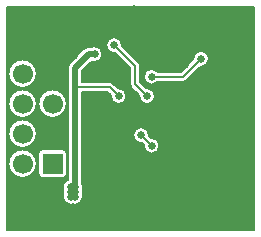
<source format=gbl>
G04 Layer: BottomLayer*
G04 EasyEDA Pro v1.9.26, 2022-12-23 16:25:00*
G04 Gerber Generator version 0.3*
G04 Scale: 100 percent, Rotated: No, Reflected: No*
G04 Dimensions in millimeters*
G04 Leading zeros omitted, absolute positions, 3 integers and 3 decimals*
%FSLAX33Y33*%
%MOMM*%
%ADD999C,0.2032*%
%ADD10R,1.699997X1.699997*%
%ADD11C,1.699997*%
%ADD12C,0.635*%
%ADD13C,0.1524*%
%ADD14C,0.508*%
G75*


G04 Copper Start*
G36*
G01X1891Y-19469D02*
G01X1891Y-585D01*
G01X22758D01*
G01Y-19469D01*
G01X1891D01*
G37*
%LPC*%
G36*
G01X6563Y-16637D02*
G03X7239Y-17313I676J0D01*
G03X7430Y-17285I0J676D01*
G03X7620Y-17313I191J648D01*
G03X8296Y-16637I0J676D01*
G03X8265Y-16436I-676J0D01*
G03X8296Y-16235I-645J201D01*
G03X8265Y-16034I-676J0D01*
G03X8296Y-15833I-645J201D01*
G03X8232Y-15547I-676J0D01*
G01Y-7800D01*
G01X10361D01*
G01X10630Y-8069D01*
G03X10627Y-8128I673J-59D01*
G03X11303Y-8804I676J0D01*
G03X11979Y-8128I0J676D01*
G03X11303Y-7452I-676J0D01*
G03X11244Y-7455I0J-676D01*
G01X10848Y-7059D01*
G03X10541Y-6932I-307J-307D01*
G01X8232D01*
G01Y-5969D01*
G01X9007Y-5194D01*
G03X9271Y-5248I264J622D01*
G03X9947Y-4572I0J676D01*
G03X9271Y-3896I-676J0D01*
G03X8985Y-3960I0J-676D01*
G01X8763D01*
G03X8330Y-4139I0J-612D01*
G01X7187Y-5282D01*
G03X7008Y-5715I433J-433D01*
G01Y-7472D01*
G01Y-15198D01*
G03X6563Y-15833I231J-635D01*
G03X6594Y-16034I676J0D01*
G03X6563Y-16235I645J-201D01*
G03X6594Y-16436I676J0D01*
G03X6563Y-16637I645J-201D01*
G37*
G36*
G01X13040Y-8128D02*
G03X13716Y-8804I676J0D01*
G03X14392Y-8128I0J676D01*
G03X13716Y-7452I-676J0D01*
G03X13657Y-7455I0J-676D01*
G01X13134Y-6932D01*
G01Y-5588D01*
G03X13007Y-5281I-434J0D01*
G01X11595Y-3869D01*
G03X11598Y-3810I-673J59D01*
G03X10922Y-3134I-676J0D01*
G03X10246Y-3810I0J-676D01*
G03X10922Y-4486I676J0D01*
G03X10981Y-4483I0J676D01*
G01X12266Y-5768D01*
G01Y-7112D01*
G03X12393Y-7419I434J0D01*
G01X13043Y-8069D01*
G03X13040Y-8128I673J-59D01*
G37*
G36*
G01X13421Y-6477D02*
G03X14097Y-7153I676J0D01*
G03X14615Y-6911I0J676D01*
G01X16764D01*
G03X17071Y-6784I0J434D01*
G01X18229Y-5626D01*
G03X18288Y-5629I59J673D01*
G03X18964Y-4953I0J676D01*
G03X18288Y-4277I-676J0D01*
G03X17612Y-4953I0J-676D01*
G03X17615Y-5012I676J0D01*
G01X16584Y-6043D01*
G01X14615D01*
G03X14097Y-5801I-518J-434D01*
G03X13421Y-6477I0J-676D01*
G37*
G36*
G01X1967Y-11303D02*
G03X3175Y-12511I1208J0D01*
G03X4383Y-11303I0J1208D01*
G03X3175Y-10095I-1208J0D01*
G03X1967Y-11303I0J-1208D01*
G37*
G36*
G01X1967Y-8763D02*
G03X3175Y-9971I1208J0D01*
G03X4383Y-8763I0J1208D01*
G03X3175Y-7555I-1208J0D01*
G03X1967Y-8763I0J-1208D01*
G37*
G36*
G01X3175Y-15051D02*
G03X4383Y-13843I0J1208D01*
G03X3175Y-12635I-1208J0D01*
G03X1967Y-13843I0J-1208D01*
G03X3175Y-15051I1208J0D01*
G37*
G36*
G01X3175Y-7431D02*
G03X4383Y-6223I0J1208D01*
G03X3175Y-5015I-1208J0D01*
G03X1967Y-6223I0J-1208D01*
G03X3175Y-7431I1208J0D01*
G37*
G36*
G01X5715Y-9971D02*
G03X6923Y-8763I0J1208D01*
G03X5715Y-7555I-1208J0D01*
G03X4507Y-8763I0J-1208D01*
G03X5715Y-9971I1208J0D01*
G37*
G36*
G01X4507Y-14693D02*
G03X4865Y-15051I358J0D01*
G01X6565D01*
G03X6923Y-14693I0J358D01*
G01Y-12993D01*
G03X6565Y-12635I-358J0D01*
G01X4865D01*
G03X4507Y-12993I0J-358D01*
G01Y-14693D01*
G37*
G36*
G01X14097Y-12995D02*
G03X14773Y-12319I0J676D01*
G03X14097Y-11643I-676J0D01*
G03X14038Y-11646I0J-676D01*
G01X13881Y-11489D01*
G03X13884Y-11430I-673J59D01*
G03X13208Y-10754I-676J0D01*
G03X12532Y-11430I0J-676D01*
G03X13208Y-12106I676J0D01*
G03X13267Y-12103I0J676D01*
G01X13424Y-12260D01*
G03X13421Y-12319I673J-59D01*
G03X14097Y-12995I676J0D01*
G37*
%LPD*%
G54D999*
G01X1891Y-19469D02*
G01X1891Y-585D01*
G01X22758D01*
G01Y-19469D01*
G01X1891D01*
G01X6563Y-16637D02*
G03X7239Y-17313I676J0D01*
G03X7430Y-17285I0J676D01*
G03X7620Y-17313I191J648D01*
G03X8296Y-16637I0J676D01*
G03X8265Y-16436I-676J0D01*
G03X8296Y-16235I-645J201D01*
G03X8265Y-16034I-676J0D01*
G03X8296Y-15833I-645J201D01*
G03X8232Y-15547I-676J0D01*
G01Y-7800D01*
G01X10361D01*
G01X10630Y-8069D01*
G03X10627Y-8128I673J-59D01*
G03X11303Y-8804I676J0D01*
G03X11979Y-8128I0J676D01*
G03X11303Y-7452I-676J0D01*
G03X11244Y-7455I0J-676D01*
G01X10848Y-7059D01*
G03X10541Y-6932I-307J-307D01*
G01X8232D01*
G01Y-5969D01*
G01X9007Y-5194D01*
G03X9271Y-5248I264J622D01*
G03X9947Y-4572I0J676D01*
G03X9271Y-3896I-676J0D01*
G03X8985Y-3960I0J-676D01*
G01X8763D01*
G03X8330Y-4139I0J-612D01*
G01X7187Y-5282D01*
G03X7008Y-5715I433J-433D01*
G01Y-7472D01*
G01Y-15198D01*
G03X6563Y-15833I231J-635D01*
G03X6594Y-16034I676J0D01*
G03X6563Y-16235I645J-201D01*
G03X6594Y-16436I676J0D01*
G03X6563Y-16637I645J-201D01*
G01X13040Y-8128D02*
G03X13716Y-8804I676J0D01*
G03X14392Y-8128I0J676D01*
G03X13716Y-7452I-676J0D01*
G03X13657Y-7455I0J-676D01*
G01X13134Y-6932D01*
G01Y-5588D01*
G03X13007Y-5281I-434J0D01*
G01X11595Y-3869D01*
G03X11598Y-3810I-673J59D01*
G03X10922Y-3134I-676J0D01*
G03X10246Y-3810I0J-676D01*
G03X10922Y-4486I676J0D01*
G03X10981Y-4483I0J676D01*
G01X12266Y-5768D01*
G01Y-7112D01*
G03X12393Y-7419I434J0D01*
G01X13043Y-8069D01*
G03X13040Y-8128I673J-59D01*
G01X13421Y-6477D02*
G03X14097Y-7153I676J0D01*
G03X14615Y-6911I0J676D01*
G01X16764D01*
G03X17071Y-6784I0J434D01*
G01X18229Y-5626D01*
G03X18288Y-5629I59J673D01*
G03X18964Y-4953I0J676D01*
G03X18288Y-4277I-676J0D01*
G03X17612Y-4953I0J-676D01*
G03X17615Y-5012I676J0D01*
G01X16584Y-6043D01*
G01X14615D01*
G03X14097Y-5801I-518J-434D01*
G03X13421Y-6477I0J-676D01*
G01X1967Y-11303D02*
G03X3175Y-12511I1208J0D01*
G03X4383Y-11303I0J1208D01*
G03X3175Y-10095I-1208J0D01*
G03X1967Y-11303I0J-1208D01*
G01X1967Y-8763D02*
G03X3175Y-9971I1208J0D01*
G03X4383Y-8763I0J1208D01*
G03X3175Y-7555I-1208J0D01*
G03X1967Y-8763I0J-1208D01*
G01X3175Y-15051D02*
G03X4383Y-13843I0J1208D01*
G03X3175Y-12635I-1208J0D01*
G03X1967Y-13843I0J-1208D01*
G03X3175Y-15051I1208J0D01*
G01X3175Y-7431D02*
G03X4383Y-6223I0J1208D01*
G03X3175Y-5015I-1208J0D01*
G03X1967Y-6223I0J-1208D01*
G03X3175Y-7431I1208J0D01*
G01X5715Y-9971D02*
G03X6923Y-8763I0J1208D01*
G03X5715Y-7555I-1208J0D01*
G03X4507Y-8763I0J-1208D01*
G03X5715Y-9971I1208J0D01*
G01X4507Y-14693D02*
G03X4865Y-15051I358J0D01*
G01X6565D01*
G03X6923Y-14693I0J358D01*
G01Y-12993D01*
G03X6565Y-12635I-358J0D01*
G01X4865D01*
G03X4507Y-12993I0J-358D01*
G01Y-14693D01*
G01X14097Y-12995D02*
G03X14773Y-12319I0J676D01*
G03X14097Y-11643I-676J0D01*
G03X14038Y-11646I0J-676D01*
G01X13881Y-11489D01*
G03X13884Y-11430I-673J59D01*
G03X13208Y-10754I-676J0D01*
G03X12532Y-11430I0J-676D01*
G03X13208Y-12106I676J0D01*
G03X13267Y-12103I0J676D01*
G01X13424Y-12260D01*
G03X13421Y-12319I673J-59D01*
G03X14097Y-12995I676J0D01*
G04 Copper End*

G04 Pad Start*
G54D10*
G01X5715Y-13843D03*
G54D11*
G01X3175Y-13843D03*
G01X5715Y-11303D03*
G01X3175Y-11303D03*
G01X5715Y-8763D03*
G01X3175Y-8763D03*
G01X5715Y-6223D03*
G01X3175Y-6223D03*
G04 Pad End*

G04 Via Start*
G54D12*
G01X14097Y-6477D03*
G01X18288Y-4953D03*
G01X13716Y-8128D03*
G01X10922Y-3810D03*
G01X14097Y-12319D03*
G01X13208Y-11430D03*
G01X7239Y-16235D03*
G01X7239Y-16637D03*
G01X7239Y-15833D03*
G01X7620Y-15833D03*
G01X7620Y-16235D03*
G01X7620Y-16637D03*
G01X9271Y-4572D03*
G01X11303Y-8128D03*
G01X2667Y-889D03*
G01X4191Y-1016D03*
G01X9779Y-2159D03*
G01X10795Y-2540D03*
G01X12573Y-762D03*
G01X13589Y-889D03*
G01X18669Y-1778D03*
G01X20447Y-1778D03*
G01X22352Y-1651D03*
G01X21336Y-1016D03*
G01X19558Y-1016D03*
G01X22098Y-5588D03*
G01X22352Y-7366D03*
G01X19812Y-12446D03*
G01X19685Y-11049D03*
G01X21082Y-11684D03*
G01X22352Y-10922D03*
G01X22352Y-12573D03*
G01X19558Y-16256D03*
G01X21082Y-16002D03*
G01X22352Y-16891D03*
G01X21209Y-17399D03*
G01X21082Y-18796D03*
G01X22225Y-18161D03*
G01X16762Y-16885D03*
G01X16891Y-19177D03*
G01X18034Y-18161D03*
G01X4064Y-18923D03*
G01X2540Y-18923D03*
G01X3302Y-18415D03*
G01X4572Y-17499D03*
G01X4699Y-15875D03*
G01X6604Y-7493D03*
G01X9017Y-5715D03*
G01X10033Y-5461D03*
G01X11303Y-5461D03*
G01X13462Y-5842D03*
G01X2286Y-4699D03*
G01X3429Y-4699D03*
G01X4318Y-4699D03*
G01X7493Y-4699D03*
G01X9652Y-3810D03*
G01X11049Y-14097D03*
G01X12319Y-14097D03*
G01X14605Y-13970D03*
G01X7494Y-18920D03*
G01X9398Y-18923D03*
G01X11176Y-18923D03*
G01X12954Y-18923D03*
G01X14545Y-18275D03*
G01X7620Y-18288D03*
G01X9398Y-18288D03*
G01X15240Y-9906D03*
G01X16637Y-9271D03*
G01X16637Y-9906D03*
G01X15240Y-9398D03*
G01X11176Y-11049D03*
G01X10668Y-11557D03*
G01X9779Y-11811D03*
G01X9398Y-11049D03*
G01X9219Y-11637D03*
G01X17145Y-3302D03*
G01X17653Y-2667D03*
G01X17780Y-3429D03*
G01X15494Y-3683D03*
G01X15494Y-4826D03*
G01X15240Y-5715D03*
G01X16256Y-5588D03*
G01X16891Y-5461D03*
G01X19732Y-3736D03*
G01X21151Y-3743D03*
G01X19732Y-4707D03*
G01X21151Y-4307D03*
G04 Via End*

G04 Track Start*
G54D13*
G01X7620Y-15833D02*
G01X7620Y-16235D01*
G54D14*
G01X9271Y-4572D02*
G01X8763Y-4572D01*
G01X7620Y-5715D01*
G54D13*
G01X7726Y-7366D02*
G01X7620Y-7472D01*
G54D14*
G01X7620Y-5715D02*
G01X7620Y-7472D01*
G01Y-15833D01*
G54D13*
G01X14097Y-6477D02*
G01X16764Y-6477D01*
G01X18288Y-4953D01*
G01X11303Y-8128D02*
G01X10541Y-7366D01*
G01X7726D01*
G01X13208Y-11430D02*
G01X14097Y-12319D01*
G01X13716Y-8128D02*
G01X12700Y-7112D01*
G01Y-5588D01*
G01X10922Y-3810D01*
G04 Track End*

M02*

</source>
